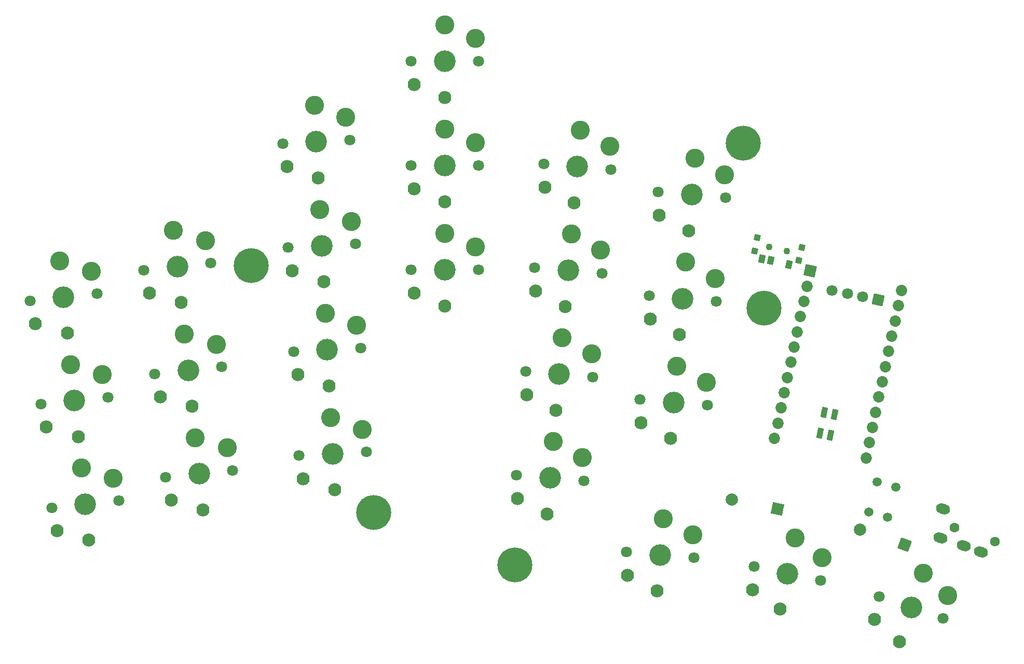
<source format=gbr>
%TF.GenerationSoftware,KiCad,Pcbnew,(6.0.7-1)-1*%
%TF.CreationDate,2022-09-15T11:20:02-04:00*%
%TF.ProjectId,skyline_pcb_left,736b796c-696e-4655-9f70-63625f6c6566,v1.0.0*%
%TF.SameCoordinates,Original*%
%TF.FileFunction,Soldermask,Top*%
%TF.FilePolarity,Negative*%
%FSLAX46Y46*%
G04 Gerber Fmt 4.6, Leading zero omitted, Abs format (unit mm)*
G04 Created by KiCad (PCBNEW (6.0.7-1)-1) date 2022-09-15 11:20:02*
%MOMM*%
%LPD*%
G01*
G04 APERTURE LIST*
G04 Aperture macros list*
%AMRoundRect*
0 Rectangle with rounded corners*
0 $1 Rounding radius*
0 $2 $3 $4 $5 $6 $7 $8 $9 X,Y pos of 4 corners*
0 Add a 4 corners polygon primitive as box body*
4,1,4,$2,$3,$4,$5,$6,$7,$8,$9,$2,$3,0*
0 Add four circle primitives for the rounded corners*
1,1,$1+$1,$2,$3*
1,1,$1+$1,$4,$5*
1,1,$1+$1,$6,$7*
1,1,$1+$1,$8,$9*
0 Add four rect primitives between the rounded corners*
20,1,$1+$1,$2,$3,$4,$5,0*
20,1,$1+$1,$4,$5,$6,$7,0*
20,1,$1+$1,$6,$7,$8,$9,0*
20,1,$1+$1,$8,$9,$2,$3,0*%
%AMHorizOval*
0 Thick line with rounded ends*
0 $1 width*
0 $2 $3 position (X,Y) of the first rounded end (center of the circle)*
0 $4 $5 position (X,Y) of the second rounded end (center of the circle)*
0 Add line between two ends*
20,1,$1,$2,$3,$4,$5,0*
0 Add two circle primitives to create the rounded ends*
1,1,$1,$2,$3*
1,1,$1,$4,$5*%
G04 Aperture macros list end*
%ADD10RoundRect,0.050000X-0.533727X-0.346606X0.346606X-0.533727X0.533727X0.346606X-0.346606X0.533727X0*%
%ADD11C,1.100000*%
%ADD12RoundRect,0.050000X-0.570111X-0.517782X0.310222X-0.704903X0.570111X0.517782X-0.310222X0.704903X0*%
%ADD13C,3.529000*%
%ADD14C,3.100000*%
%ADD15C,1.801800*%
%ADD16C,5.700000*%
%ADD17C,3.700000*%
%ADD18C,1.497000*%
%ADD19C,2.132000*%
%ADD20RoundRect,0.050000X-0.674958X1.039344X-1.039344X-0.674958X0.674958X-1.039344X1.039344X0.674958X0*%
%ADD21C,1.852600*%
%ADD22RoundRect,0.050000X0.249383X-0.870881X0.582042X0.694156X-0.249383X0.870881X-0.582042X-0.694156X0*%
%ADD23C,2.005000*%
%ADD24RoundRect,0.050000X1.054407X0.684740X-0.684740X1.054407X-1.054407X-0.684740X0.684740X-1.054407X0*%
%ADD25C,1.600000*%
%ADD26HorizOval,1.700000X-0.283656X0.097670X0.283656X-0.097670X0*%
%ADD27RoundRect,0.050000X-0.654701X1.008150X-1.008150X-0.654701X0.654701X-1.008150X1.008150X0.654701X0*%
%ADD28HorizOval,1.800000X0.000000X0.000000X0.000000X0.000000X0*%
%ADD29RoundRect,0.050000X1.129996X0.551136X-0.551136X1.129996X-1.129996X-0.551136X0.551136X-1.129996X0*%
G04 APERTURE END LIST*
D10*
%TO.C,T1*%
X250804314Y-123795789D03*
D11*
X255661978Y-125952893D03*
D10*
X257585200Y-127486261D03*
D11*
X252727536Y-125329157D03*
D10*
X250346908Y-125947714D03*
X258042606Y-125334336D03*
D12*
X255964172Y-128138483D03*
X253029730Y-127514748D03*
X251562508Y-127202880D03*
%TD*%
D13*
%TO.C,S13*%
X181532028Y-159057910D03*
D14*
X186328916Y-155051369D03*
D15*
X176039566Y-159345758D03*
X187024490Y-158770062D03*
D14*
X181220629Y-153116064D03*
%TD*%
D16*
%TO.C,REF\u002A\u002A*%
X248471233Y-108327154D03*
D17*
X248471233Y-108327154D03*
%TD*%
D14*
%TO.C,S45*%
X277860602Y-178507346D03*
X281871944Y-182215328D03*
D15*
X270723119Y-182342557D03*
D13*
X275923471Y-184133182D03*
D15*
X281123823Y-185923807D03*
%TD*%
D18*
%TO.C,\u002A\u002A*%
X270339579Y-163674142D03*
X268982009Y-168569384D03*
%TD*%
D15*
%TO.C,S26*%
X205296517Y-95010842D03*
X194296517Y-95010842D03*
D13*
X199796517Y-95010842D03*
D19*
X194796517Y-98810842D03*
X199796517Y-100910842D03*
%TD*%
D17*
%TO.C,REF\u002A\u002A*%
X168206517Y-128350842D03*
D16*
X168206517Y-128350842D03*
%TD*%
D15*
%TO.C,S42*%
X240448115Y-176031999D03*
X229489973Y-175073285D03*
D13*
X234969044Y-175552642D03*
D19*
X229656879Y-178902403D03*
X234454825Y-181430191D03*
%TD*%
D13*
%TO.C,S31*%
X219958995Y-129117731D03*
D14*
X220477572Y-123190373D03*
D15*
X214479924Y-128638374D03*
D14*
X225266803Y-125817780D03*
D15*
X225438066Y-129597088D03*
%TD*%
D13*
%TO.C,S34*%
X221440643Y-112182421D03*
D15*
X226919714Y-112661778D03*
X215961572Y-111703064D03*
D19*
X216128478Y-115532182D03*
X220926424Y-118059970D03*
%TD*%
D13*
%TO.C,S40*%
X240111233Y-116777154D03*
D15*
X234632162Y-116297797D03*
X245590304Y-117256511D03*
D19*
X234799068Y-120126915D03*
X239597014Y-122654703D03*
%TD*%
D15*
%TO.C,S22*%
X205296517Y-129010842D03*
D13*
X199796517Y-129010842D03*
D15*
X194296517Y-129010842D03*
D19*
X194796517Y-132810842D03*
X199796517Y-134910842D03*
%TD*%
D15*
%TO.C,S28*%
X211516629Y-162508994D03*
D13*
X216995700Y-162988351D03*
D15*
X222474771Y-163467708D03*
D19*
X211683535Y-166338112D03*
X216481481Y-168865900D03*
%TD*%
D15*
%TO.C,S4*%
X133922409Y-150966251D03*
X144862149Y-149816437D03*
D13*
X139392279Y-150391344D03*
D19*
X134816878Y-154693170D03*
X140008997Y-156259023D03*
%TD*%
D15*
%TO.C,S39*%
X234632162Y-116297797D03*
D13*
X240111233Y-116777154D03*
D14*
X245419041Y-113477203D03*
D15*
X245590304Y-117256511D03*
D14*
X240629810Y-110849796D03*
%TD*%
D13*
%TO.C,S10*%
X157974610Y-145421737D03*
D15*
X152504740Y-145996644D03*
X163444480Y-144846830D03*
D19*
X153399209Y-149723563D03*
X158591328Y-151289416D03*
%TD*%
D14*
%TO.C,S19*%
X183659782Y-104121262D03*
D13*
X178862894Y-108127803D03*
D15*
X184355356Y-107839955D03*
X173370432Y-108415651D03*
D14*
X178551495Y-102185957D03*
%TD*%
D20*
%TO.C,MCU1*%
X259435551Y-129216394D03*
D21*
X258907455Y-131700889D03*
X258379359Y-134185384D03*
X257851264Y-136669879D03*
X257323168Y-139154374D03*
X256795072Y-141638868D03*
X256266976Y-144123363D03*
X255738881Y-146607858D03*
X255210785Y-149092353D03*
X254682689Y-151576848D03*
X254154594Y-154061343D03*
X253626498Y-156545838D03*
X274342520Y-132384968D03*
X273814424Y-134869463D03*
X273286329Y-137353958D03*
X272758233Y-139838453D03*
X272230137Y-142322948D03*
X271702042Y-144807443D03*
X271173946Y-147291938D03*
X270645850Y-149776432D03*
X270117754Y-152260927D03*
X269589659Y-154745422D03*
X269061563Y-157229917D03*
X268533467Y-159714412D03*
%TD*%
D15*
%TO.C,S21*%
X205296517Y-129010842D03*
D14*
X199796517Y-123060842D03*
D13*
X199796517Y-129010842D03*
D15*
X194296517Y-129010842D03*
D14*
X204796517Y-125260842D03*
%TD*%
D15*
%TO.C,S25*%
X194296517Y-95010842D03*
D13*
X199796517Y-95010842D03*
D15*
X205296517Y-95010842D03*
D14*
X204796517Y-91260842D03*
X199796517Y-89060842D03*
%TD*%
D13*
%TO.C,S23*%
X199796517Y-112010842D03*
D15*
X194296517Y-112010842D03*
D14*
X199796517Y-106060842D03*
D15*
X205296517Y-112010842D03*
D14*
X204796517Y-108260842D03*
%TD*%
%TO.C,S3*%
X138770335Y-144473939D03*
X143972907Y-146139245D03*
D15*
X133922409Y-150966251D03*
X144862149Y-149816437D03*
D13*
X139392279Y-150391344D03*
%TD*%
D14*
%TO.C,S7*%
X164332222Y-158076510D03*
D15*
X154281724Y-162903516D03*
X165221464Y-161753702D03*
D13*
X159751594Y-162328609D03*
D14*
X159129650Y-156411204D03*
%TD*%
D22*
%TO.C,REF\u002A\u002A*%
X263441524Y-152619695D03*
X261002074Y-155679367D03*
X262713833Y-156043212D03*
X261729765Y-152255850D03*
%TD*%
D13*
%TO.C,S37*%
X238629585Y-133712464D03*
D14*
X239148162Y-127785106D03*
D15*
X244108656Y-134191821D03*
X233150514Y-133233107D03*
D14*
X243937393Y-130412513D03*
%TD*%
D16*
%TO.C,REF\u002A\u002A*%
X251896517Y-135310842D03*
D17*
X251896517Y-135310842D03*
%TD*%
D18*
%TO.C,\u002A\u002A*%
X273411222Y-164506045D03*
X272053652Y-169401287D03*
%TD*%
D13*
%TO.C,S43*%
X255708661Y-178590472D03*
D14*
X261379068Y-175961977D03*
X256945736Y-172770494D03*
D15*
X261088473Y-179733986D03*
X250328849Y-177446958D03*
%TD*%
D14*
%TO.C,S27*%
X222303508Y-159688400D03*
D15*
X222474771Y-163467708D03*
D14*
X217514277Y-157060993D03*
D13*
X216995700Y-162988351D03*
D15*
X211516629Y-162508994D03*
%TD*%
D13*
%TO.C,S17*%
X179752605Y-125104505D03*
D15*
X174260143Y-125392353D03*
X185245067Y-124816657D03*
D14*
X184549493Y-121097964D03*
X179441206Y-119162659D03*
%TD*%
D13*
%TO.C,S24*%
X199796517Y-112010842D03*
D15*
X205296517Y-112010842D03*
X194296517Y-112010842D03*
D19*
X194796517Y-115810842D03*
X199796517Y-117910842D03*
%TD*%
D23*
%TO.C,D16*%
X246610368Y-166479801D03*
D24*
X254063852Y-168064089D03*
%TD*%
D13*
%TO.C,S15*%
X180642317Y-142081207D03*
D15*
X186134779Y-141793359D03*
X175149855Y-142369055D03*
D14*
X180330918Y-136139361D03*
X185439205Y-138074666D03*
%TD*%
D15*
%TO.C,S12*%
X150727756Y-129089772D03*
D13*
X156197626Y-128514865D03*
D15*
X161667496Y-127939958D03*
D19*
X151622225Y-132816691D03*
X156814344Y-134382544D03*
%TD*%
D15*
%TO.C,S2*%
X146639133Y-166723309D03*
D13*
X141169263Y-167298216D03*
D15*
X135699393Y-167873123D03*
D19*
X136593862Y-171600042D03*
X141785981Y-173165895D03*
%TD*%
D17*
%TO.C,REF\u002A\u002A*%
X188196517Y-168610842D03*
D16*
X188196517Y-168610842D03*
%TD*%
D15*
%TO.C,S29*%
X223956419Y-146532398D03*
D13*
X218477348Y-146053041D03*
D14*
X223785156Y-142753090D03*
D15*
X212998277Y-145573684D03*
D14*
X218995925Y-140125683D03*
%TD*%
D15*
%TO.C,S14*%
X176039566Y-159345758D03*
X187024490Y-158770062D03*
D13*
X181532028Y-159057910D03*
D19*
X176737757Y-163114382D03*
X181840810Y-164949824D03*
%TD*%
D14*
%TO.C,S5*%
X142195923Y-129232373D03*
D13*
X137615295Y-133484472D03*
D15*
X143085165Y-132909565D03*
D14*
X136993351Y-127567067D03*
D15*
X132145425Y-134059379D03*
%TD*%
%TO.C,S18*%
X174260143Y-125392353D03*
X185245067Y-124816657D03*
D13*
X179752605Y-125104505D03*
D19*
X174958334Y-129160977D03*
X180061387Y-130996419D03*
%TD*%
D15*
%TO.C,S38*%
X233150514Y-133233107D03*
D13*
X238629585Y-133712464D03*
D15*
X244108656Y-134191821D03*
D19*
X233317420Y-137062225D03*
X238115366Y-139590013D03*
%TD*%
D15*
%TO.C,S9*%
X163444480Y-144846830D03*
D13*
X157974610Y-145421737D03*
D14*
X157352666Y-139504332D03*
X162555238Y-141169638D03*
D15*
X152504740Y-145996644D03*
%TD*%
D25*
%TO.C,REF\u002A\u002A*%
X289564640Y-173388951D03*
X282946010Y-171109974D03*
D26*
X281141917Y-168056247D03*
X280684374Y-172763758D03*
X284466448Y-174066030D03*
X287303004Y-175042735D03*
%TD*%
D15*
%TO.C,S11*%
X150727756Y-129089772D03*
D14*
X155575682Y-122597460D03*
D13*
X156197626Y-128514865D03*
D15*
X161667496Y-127939958D03*
D14*
X160778254Y-124262766D03*
%TD*%
D15*
%TO.C,S16*%
X175149855Y-142369055D03*
D13*
X180642317Y-142081207D03*
D15*
X186134779Y-141793359D03*
D19*
X175848046Y-146137679D03*
X180951099Y-147973121D03*
%TD*%
D15*
%TO.C,S20*%
X173370432Y-108415651D03*
X184355356Y-107839955D03*
D13*
X178862894Y-108127803D03*
D19*
X174068623Y-112184275D03*
X179171676Y-114019717D03*
%TD*%
D15*
%TO.C,S8*%
X165221464Y-161753702D03*
D13*
X159751594Y-162328609D03*
D15*
X154281724Y-162903516D03*
D19*
X155176193Y-166630435D03*
X160368312Y-168196288D03*
%TD*%
D15*
%TO.C,S6*%
X143085165Y-132909565D03*
D13*
X137615295Y-133484472D03*
D15*
X132145425Y-134059379D03*
D19*
X133039894Y-137786298D03*
X138232013Y-139352151D03*
%TD*%
D14*
%TO.C,S1*%
X145749891Y-163046117D03*
D15*
X146639133Y-166723309D03*
D14*
X140547319Y-161380811D03*
D13*
X141169263Y-167298216D03*
D15*
X135699393Y-167873123D03*
%TD*%
%TO.C,S35*%
X231668866Y-150168417D03*
X242627008Y-151127131D03*
D14*
X237666514Y-144720416D03*
X242455745Y-147347823D03*
D13*
X237147937Y-150647774D03*
%TD*%
D27*
%TO.C,REF\u002A\u002A*%
X270482307Y-133943202D03*
D28*
X267997812Y-133415106D03*
X265513317Y-132887011D03*
X263028822Y-132358915D03*
%TD*%
D13*
%TO.C,S36*%
X237147937Y-150647774D03*
D15*
X242627008Y-151127131D03*
X231668866Y-150168417D03*
D19*
X231835772Y-153997535D03*
X236633718Y-156525323D03*
%TD*%
D13*
%TO.C,S46*%
X275923471Y-184133182D03*
D15*
X270723119Y-182342557D03*
X281123823Y-185923807D03*
D19*
X269958719Y-186098312D03*
X274002619Y-189711742D03*
%TD*%
D17*
%TO.C,REF\u002A\u002A*%
X211296517Y-177210842D03*
D16*
X211296517Y-177210842D03*
%TD*%
D23*
%TO.C,D17*%
X267600821Y-171403395D03*
D29*
X274805673Y-173884225D03*
%TD*%
D15*
%TO.C,S32*%
X214479924Y-128638374D03*
X225438066Y-129597088D03*
D13*
X219958995Y-129117731D03*
D19*
X214646830Y-132467492D03*
X219444776Y-134995280D03*
%TD*%
D13*
%TO.C,S30*%
X218477348Y-146053041D03*
D15*
X212998277Y-145573684D03*
X223956419Y-146532398D03*
D19*
X213165183Y-149402802D03*
X217963129Y-151930590D03*
%TD*%
D14*
%TO.C,S33*%
X226748451Y-108882470D03*
D15*
X226919714Y-112661778D03*
X215961572Y-111703064D03*
D13*
X221440643Y-112182421D03*
D14*
X221959220Y-106255063D03*
%TD*%
D13*
%TO.C,S44*%
X255708661Y-178590472D03*
D15*
X261088473Y-179733986D03*
X250328849Y-177446958D03*
D19*
X250027859Y-181267874D03*
X254481982Y-184361543D03*
%TD*%
D14*
%TO.C,S41*%
X235487621Y-169625284D03*
X240276852Y-172252691D03*
D15*
X240448115Y-176031999D03*
D13*
X234969044Y-175552642D03*
D15*
X229489973Y-175073285D03*
%TD*%
M02*

</source>
